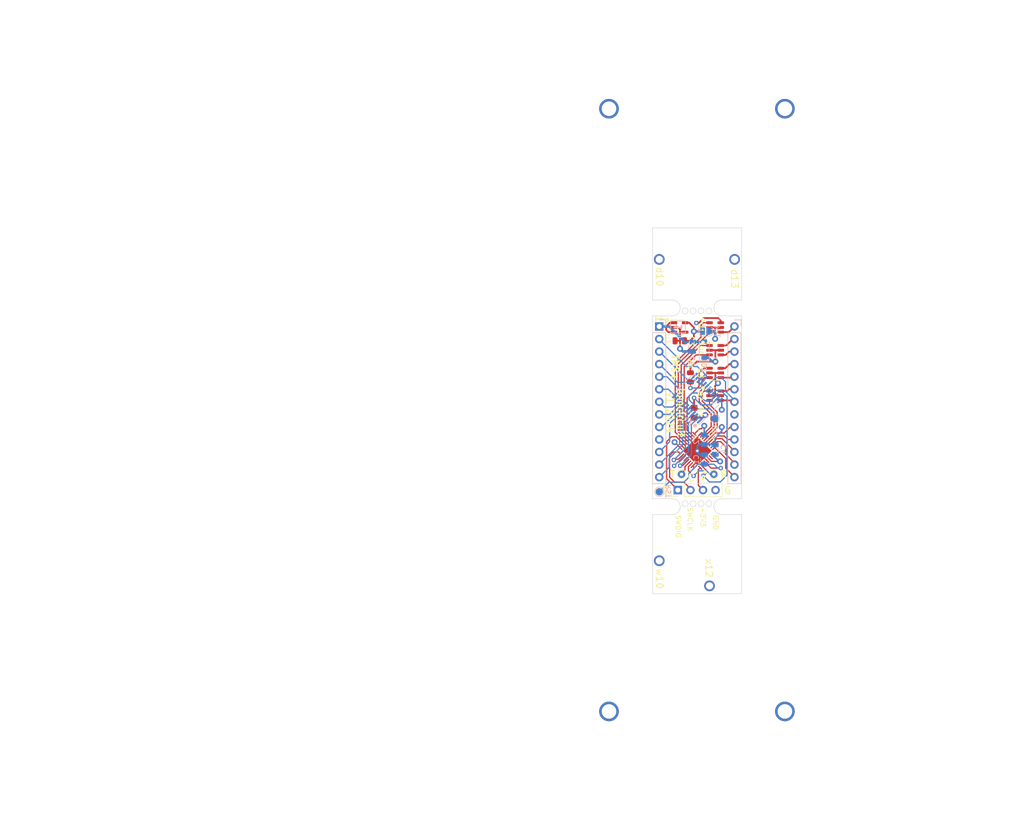
<source format=kicad_pcb>
(kicad_pcb (version 20221018) (generator pcbnew)
  (layers (0 "F.Cu" signal) (1 "In1.Cu" mixed) (2 "In2.Cu" mixed) (31 "B.Cu" signal) (36 "B.SilkS" user "B.Silkscreen") (37 "F.SilkS" user "F.Silkscreen") (38 "B.Mask" user) (39 "F.Mask" user) (44 "Edge.Cuts" user))
  (net 0 "")
  (net 1 "/NRST")
  (net 2 "GND")
  (net 3 "+3V3")
  (net 4 "Net-(D1-K)")
  (net 5 "+BATT")
  (net 6 "/D1SP")
  (net 7 "/D2")
  (net 8 "/D3")
  (net 9 "/D4")
  (net 10 "/D5")
  (net 11 "/D6")
  (net 12 "/D7")
  (net 13 "/D8")
  (net 14 "/D9")
  (net 15 "/D10")
  (net 16 "/D11")
  (net 18 "/K1")
  (net 19 "/K2")
  (net 20 "/K3")
  (net 21 "/K4")
  (net 22 "/K5")
  (net 23 "/D12SD")
  (net 24 "/SA")
  (net 25 "/SB")
  (net 26 "/SC")
  (net 27 "/SE")
  (net 28 "/SF")
  (net 29 "/SG")
  (net 30 "/SWDIO")
  (net 31 "/SWCLK")
  (net 32 "/U1TXD")
  (net 33 "/A_DRIVE")
  (net 34 "/B_DRIVE")
  (net 35 "/C_DRIVE")
  (net 36 "/D_DRIVE")
  (net 37 "/E_DRIVE")
  (net 38 "/F_DRIVE")
  (net 39 "/G_DRIVE")
  (net 40 "/P_DRIVE")
  (net 41 "Net-(U2-RSET)")
  (net 42 "/S1CLK")
  (net 43 "/LATCH")
  (net 44 "/S1MOSI")
  (net 46 "/TEST")
  (net 49 "/BLANK")
  (net 53 "VBUS")
  (net 55 "/SOUT")
  (footprint "Package_TO_SOT_SMD:SOT-23-6" (layer "F.Cu") (at 148.459999 96.147057)
    (fp_text reference "Q2")
    (fp_text value "DMP2240UDM-7")
  )
  (footprint "Package_DFN_QFN:QFN-36-1EP_6x6mm_P0.5mm_EP4.1x4.1mm" (layer "F.Cu") (at 144.859999 107.309585 135)
    (fp_text reference "U1")
    (fp_text value "STM32F103TBUx")
  )
  (footprint "Capacitor_SMD:C_0805_2012Metric" (layer "F.Cu") (at 141.309999 85.047057 180)
    (fp_text reference "C3")
    (fp_text value "4.7uF")
  )
  (footprint "Package_TO_SOT_SMD:SOT-23-6" (layer "F.Cu") (at 148.46 82.347056)
    (fp_text reference "Q1")
    (fp_text value "DMP2240UDM-7")
  )
  (footprint "TestPoint:TestPoint_THTPad_D1.5mm_Drill0.7mm" (layer "F.Cu") (at 148.2 112.047057 180)
    (fp_text reference "TP8" hide)
    (fp_text value "TEST")
  )
  (footprint "RapidStencil:PIN_SMALL_SINGLE" (layer "F.Cu") (at 147.32 134.62)
    (fp_text reference "U93")
    (fp_text value "PIN_SMALL_SINGLE_DEVICE")
  )
  (footprint "Package_TO_SOT_SMD:SOT-23-6" (layer "F.Cu") (at 148.46 86.947056)
    (fp_text reference "Q4")
    (fp_text value "DMP2240UDM-7")
  )
  (footprint "RapidStencil:PIN_LARGE_SINGLE_NOSILK" (layer "F.Cu") (at 127 38.1)
    (fp_text reference "U96")
    (fp_text value "PIN_LARGE_SINGLE_DEVICE")
  )
  (footprint "RapidStencil:PIN_SMALL_SINGLE" (layer "F.Cu") (at 152.4 68.58)
    (fp_text reference "U92")
    (fp_text value "PIN_SMALL_SINGLE_DEVICE")
  )
  (footprint "LED_SMD:LED_0805_2012Metric" (layer "F.Cu") (at 143.459999 92.447056 90)
    (fp_text reference "D1")
    (fp_text value "LED")
  )
  (footprint "RapidStencil:PIN_LARGE_SINGLE_NOSILK" (layer "F.Cu") (at 127 160.02)
    (fp_text reference "U98")
    (fp_text value "PIN_LARGE_SINGLE_DEVICE")
  )
  (footprint "Connector_PinHeader_2.54mm:PinHeader_1x04_P2.54mm_Vertical" (layer "F.Cu") (at 140.92 115.247057 90)
    (fp_text reference "J3" hide)
    (fp_text value "STLINK")
  )
  (footprint "TestPoint:TestPoint_THTPad_D1.5mm_Drill0.7mm" (layer "F.Cu") (at 141.66 112.047059)
    (fp_text reference "TP7" hide)
    (fp_text value "TXD")
  )
  (footprint "RapidStencil:PIN_LARGE_SINGLE_NOSILK" (layer "F.Cu") (at 162.56 38.1)
    (fp_text reference "U95")
    (fp_text value "PIN_LARGE_SINGLE_DEVICE")
  )
  (footprint "RapidStencil:PIN_SMALL_SINGLE" (layer "F.Cu") (at 137.16 129.54)
    (fp_text reference "U94")
    (fp_text value "PIN_SMALL_SINGLE_DEVICE")
  )
  (footprint "Resistor_SMD:R_0805_2012Metric_Pad1.20x1.40mm_HandSolder" (layer "F.Cu") (at 144.2 99.6 -90)
    (fp_text reference "R1")
    (fp_text value "6.8K")
  )
  (footprint "RapidStencil:BOARD_10X10_USERCMTS" (layer "F.Cu") (at 147.32 99.06)
    (fp_text reference "U99")
    (fp_text value "GUIDE_10X10")
  )
  (footprint "RapidStencil:PIN_SMALL_SINGLE" (layer "F.Cu") (at 137.16 68.58)
    (fp_text reference "U91")
    (fp_text value "PIN_SMALL_SINGLE_DEVICE")
  )
  (footprint "Package_TO_SOT_SMD:SOT-23-5" (layer "F.Cu") (at 141.26 82.347056)
    (fp_text reference "U3")
    (fp_text value "TLV70033_SOT23-5")
  )
  (footprint "Package_TO_SOT_SMD:SOT-23-6" (layer "F.Cu") (at 148.459999 91.547059)
    (fp_text reference "Q3")
    (fp_text value "DMP2240UDM-7")
  )
  (footprint "RapidStencil:PIN_LARGE_SINGLE_NOSILK" (layer "F.Cu") (at 162.56 160.02)
    (fp_text reference "U97")
    (fp_text value "PIN_LARGE_SINGLE_DEVICE")
  )
  (footprint "Capacitor_SMD:C_0805_2012Metric" (layer "B.Cu") (at 146.26 105.047056 -90)
    (fp_text reference "C2")
    (fp_text value "100nF")
  )
  (footprint "Diode_SMD:D_SOD-123" (layer "B.Cu") (at 146.259999 86.847056 90)
    (fp_text reference "D2")
    (fp_text value "MBR0520")
  )
  (footprint "Capacitor_SMD:C_0805_2012Metric" (layer "B.Cu") (at 143.86 86.247056 -90)
    (fp_text reference "C5")
    (fp_text value "100nF")
  )
  (footprint "Jumper:SolderJumper-2_P1.3mm_Open_RoundedPad1.0x1.5mm" (layer "B.Cu") (at 146.549999 83.1 180)
    (fp_text reference "JP1")
    (fp_text value "REGLED")
  )
  (footprint "Capacitor_SMD:C_0805_2012Metric" (layer "B.Cu") (at 148.459999 107.047056 90)
    (fp_text reference "C4")
    (fp_text value "100nF")
  )
  (footprint "TestPoint:TestPoint_Pad_D1.5mm" (layer "B.Cu") (at 148.4 100.8 -90)
    (fp_text reference "TP2" hide)
    (fp_text value "SOUT")
  )
  (footprint "Connector_PinHeader_2.54mm:PinHeader_1x13_P2.54mm_Vertical" (layer "B.Cu") (at 137.16 82.147058 180)
    (fp_text reference "J1" hide)
    (fp_text value "TMS1500 p1-14")
  )
  (footprint "Package_SO:TSSOP-24_4.4x7.8mm_P0.65mm" (layer "B.Cu") (at 144.859999 96.647056 45)
    (fp_text reference "U2")
    (fp_text value "CAT4016TY")
  )
  (footprint "Connector_PinHeader_2.54mm:PinHeader_1x13_P2.54mm_Vertical" (layer "B.Cu") (at 152.36 82.147056 180)
    (fp_text reference "J2" hide)
    (fp_text value "TMS1500 p28-15")
  )
  (footprint "Capacitor_SMD:C_0805_2012Metric" (layer "B.Cu") (at 146.26 109.047056 -90)
    (fp_text reference "C1")
    (fp_text value "100nF")
  )
  (footprint "TestPoint:TestPoint_Pad_D1.5mm" (layer "B.Cu") (at 137.16 115.6 180)
    (fp_text reference "TP1" hide)
    (fp_text value "NRST")
  )
  (gr_line (start 139.459999 83.447056) (end 142.46 83.447056) (stroke (width 0.15)) (layer "B.SilkS"))
  (gr_line (start 142.46 81.047058) (end 139.459999 81.047058) (stroke (width 0.15)) (layer "B.SilkS"))
  (gr_line (start 139.459999 81.047058) (end 139.459999 83.447056) (stroke (width 0.15)) (layer "B.SilkS"))
  (gr_circle (center 144.4 102.2) (end 144.7 102.2) (stroke (width 0.15)) (fill solid) (layer "B.SilkS"))
  (gr_line (start 142.46 83.447056) (end 142.46 81.047058) (stroke (width 0.15)) (layer "B.SilkS"))
  (gr_circle (center 146 90) (end 146.3 90) (stroke (width 0.15)) (fill solid) (layer "F.SilkS"))
  (gr_circle (center 138.8 80.8) (end 139.1 80.8) (stroke (width 0.15)) (fill solid) (layer "F.SilkS"))
  (gr_circle (center 146 80.8) (end 146.3 80.8) (stroke (width 0.15)) (fill solid) (layer "F.SilkS"))
  (gr_circle (center 146 85.4) (end 146.3 85.4) (stroke (width 0.15)) (fill solid) (layer "F.SilkS"))
  (gr_circle (center 146.4 111.6) (end 146.7 111.6) (stroke (width 0.15)) (fill solid) (layer "F.SilkS"))
  (gr_circle (center 146 94.6) (end 146.3 94.6) (stroke (width 0.15)) (fill solid) (layer "F.SilkS"))
  (gr_line (start 135.8 62.2) (end 153.8 62.2) (stroke (width 0.1)) (layer "Edge.Cuts"))
  (gr_line (start 139.800001 120.2) (end 135.799999 120.2) (stroke (width 0.1)) (layer "Edge.Cuts"))
  (gr_line (start 135.8 117) (end 139.8 117) (stroke (width 0.1)) (layer "Edge.Cuts"))
  (gr_line (start 149.8 80) (end 153.8 80) (stroke (width 0.1)) (layer "Edge.Cuts"))
  (gr_circle (center 142.4 79) (end 143 79) (stroke (width 0.1)) (fill none) (layer "Edge.Cuts"))
  (gr_arc (start 148.2 118.6) (mid 148.668629 117.468629) (end 149.8 117) (stroke (width 0.1)) (layer "Edge.Cuts"))
  (gr_circle (center 144 79) (end 144.6 79) (stroke (width 0.1)) (fill none) (layer "Edge.Cuts"))
  (gr_line (start 135.799999 120.2) (end 135.8 136.2) (stroke (width 0.1)) (layer "Edge.Cuts"))
  (gr_circle (center 147.2 79) (end 147.8 79) (stroke (width 0.1)) (fill none) (layer "Edge.Cuts"))
  (gr_line (start 153.8 80) (end 153.8 117) (stroke (width 0.1)) (layer "Edge.Cuts"))
  (gr_line (start 135.8 117) (end 135.8 80) (stroke (width 0.1)) (layer "Edge.Cuts"))
  (gr_line (start 135.8 80) (end 139.8 80) (stroke (width 0.1)) (layer "Edge.Cuts"))
  (gr_line (start 153.8 76.8) (end 153.8 62.2) (stroke (width 0.1)) (layer "Edge.Cuts"))
  (gr_line (start 153.8 120.2) (end 149.8 120.2) (stroke (width 0.1)) (layer "Edge.Cuts"))
  (gr_line (start 153.8 76.8) (end 149.8 76.8) (stroke (width 0.1)) (layer "Edge.Cuts"))
  (gr_circle (center 142.4 118) (end 143 118) (stroke (width 0.1)) (fill none) (layer "Edge.Cuts"))
  (gr_circle (center 145.6 118) (end 146.2 118) (stroke (width 0.1)) (fill none) (layer "Edge.Cuts"))
  (gr_line (start 153.8 120.2) (end 153.8 136.2) (stroke (width 0.1)) (layer "Edge.Cuts"))
  (gr_arc (start 148.2 78.4) (mid 148.668629 77.268629) (end 149.8 76.8) (stroke (width 0.1)) (layer "Edge.Cuts"))
  (gr_circle (center 145.6 79) (end 146.2 79) (stroke (width 0.1)) (fill none) (layer "Edge.Cuts"))
  (gr_arc (start 141.4 78.4) (mid 140.931371 79.531371) (end 139.8 80) (stroke (width 0.1)) (layer "Edge.Cuts"))
  (gr_arc (start 139.8 76.8) (mid 140.931371 77.268629) (end 141.4 78.4) (stroke (width 0.1)) (layer "Edge.Cuts"))
  (gr_line (start 139.800001 76.8) (end 135.799999 76.8) (stroke (width 0.1)) (layer "Edge.Cuts"))
  (gr_arc (start 149.8 120.2) (mid 148.668629 119.731371) (end 148.2 118.6) (stroke (width 0.1)) (layer "Edge.Cuts"))
  (gr_arc (start 149.8 80) (mid 148.668629 79.531371) (end 148.2 78.4) (stroke (width 0.1)) (layer "Edge.Cuts"))
  (gr_circle (center 144 118) (end 144.6 118) (stroke (width 0.1)) (fill none) (layer "Edge.Cuts"))
  (gr_line (start 135.799999 76.8) (end 135.8 62.2) (stroke (width 0.1)) (layer "Edge.Cuts"))
  (gr_circle (center 147.2 118) (end 147.8 118) (stroke (width 0.1)) (fill none) (layer "Edge.Cuts"))
  (gr_arc (start 139.8 117) (mid 140.931371 117.468629) (end 141.4 118.6) (stroke (width 0.1)) (layer "Edge.Cuts"))
  (gr_line (start 153.8 136.2) (end 135.8 136.2) (stroke (width 0.1)) (layer "Edge.Cuts"))
  (gr_line (start 149.8 117) (end 153.8 117) (stroke (width 0.1)) (layer "Edge.Cuts"))
  (gr_arc (start 141.4 118.6) (mid 140.931371 119.731371) (end 139.8 120.2) (stroke (width 0.1)) (layer "Edge.Cuts"))
  (gr_text "1" (at 141.86 81.447058 90) (layer "B.SilkS") (effects (font (size 1.5 1.5) (thickness 0.3) bold) (justify left bottom mirror)))
  (gr_text "SO" (at 149 102 90) (layer "B.SilkS") (effects (font (size 1 1)) (justify left bottom mirror)))
  (gr_text "RST" (at 139.6 114 90) (layer "B.SilkS") (effects (font (size 1 1)) (justify left bottom mirror)))
  (gr_text "R" (at 149.4 113) (layer "F.SilkS") (effects (font (size 1.5 1.3) (thickness 0.25) bold) (justify left bottom)))
  (gr_text "D" (at 137.6 116.2) (layer "F.SilkS") (effects (font (size 1.5 1.3) (thickness 0.25) bold) (justify left bottom)))
  (gr_text "d10" (at 136.4 70 270) (layer "F.SilkS") (effects (font (size 1.4 1.4) (thickness 0.2)) (justify left bottom)))
  (gr_text "+3V3" (at 146 118.6 270) (layer "F.SilkS") (effects (font (size 1 1)) (justify left)))
  (gr_text "1" (at 136.26 79.847058 -90) (layer "F.SilkS") (effects (font (size 1.5 1.3) (thickness 0.25) bold) (justify left bottom)))
  (gr_text "v" (at 145.4 113.6) (layer "F.SilkS") (effects (font (size 1.5 1.3) (thickness 0.25) bold) (justify left bottom)))
  (gr_text "tomcircuit" (at 140.66 94.447056 -90) (layer "F.SilkS") (effects (font (size 1.5 1.3) (thickness 0.25) bold) (justify left bottom)))
  (gr_text "C" (at 142.8 113.6) (layer "F.SilkS") (effects (font (size 1.5 1.3) (thickness 0.25) bold) (justify left bottom)))
  (gr_text "SWCLK" (at 143.4 118.6 270) (layer "F.SilkS") (effects (font (size 1 1)) (justify left)))
  (gr_text "x12" (at 146.4 129 270) (layer "F.SilkS") (effects (font (size 1.4 1.4) (thickness 0.2)) (justify left bottom)))
  (gr_text "T" (at 139.2 113) (layer "F.SilkS") (effects (font (size 1.5 1.3) (thickness 0.25) bold) (justify left bottom)))
  (gr_text "w10" (at 136.4 131 270) (layer "F.SilkS") (effects (font (size 1.4 1.4) (thickness 0.2)) (justify left bottom)))
  (gr_text "v1 2024" (at 139.36 99.547055 -90) (layer "F.SilkS") (effects (font (size 1.5 1.3) (thickness 0.25) bold)))
  (gr_text "TMS+" (at 139.459999 87.647056 -90) (layer "F.SilkS") (effects (font (size 1.5 1.3) (thickness 0.28) bold) (justify left bottom)))
  (gr_text "SWDIO" (at 141 120.2 270) (layer "F.SilkS") (effects (font (size 1 1)) (justify left)))
  (gr_text "GND" (at 148.6 120.2 270) (layer "F.SilkS") (effects (font (size 1 1)) (justify left)))
  (gr_text "d13" (at 151.6 70.4 270) (layer "F.SilkS") (effects (font (size 1.4 1.4) (thickness 0.2)) (justify left bottom)))
  (gr_text "G" (at 151.8 116.2) (layer "F.SilkS") (effects (font (size 1.5 1.3) (thickness 0.25) bold) (justify right bottom)))
  (segment (start 147.643309 110.8) (end 149.6 110.8) (width 0.25) (layer "F.Cu") (net 1))
  (segment (start 146.512863 109.669554) (end 147.643309 110.8) (width 0.25) (layer "F.Cu") (net 1))
  (via (at 149.6 110.8) (size 0.9) (drill 0.45) (layers "F.Cu" "B.Cu") (net 1))
  (segment (start 144.2 110.8) (end 145 110) (width 0.25) (layer "B.Cu") (net 1))
  (segment (start 146.2 110) (end 146.4 110) (width 0.25) (layer "B.Cu") (net 1))
  (segment (start 145 110) (end 145.2 110) (width 0.25) (layer "B.Cu") (net 1))
  (segment (start 143.16 111.84) (end 144.2 110.8) (width 0.25) (layer "B.Cu") (net 1))
  (segment (start 137.16 115.6) (end 139.112943 113.647057) (width 0.25) (layer "B.Cu") (net 1))
  (segment (start 142.156471 113.647057) (end 143.16 112.643528) (width 0.25) (layer "B.Cu") (net 1))
  (segment (start 143.16 112.643528) (end 143.16 111.84) (width 0.25) (layer "B.Cu") (net 1))
  (segment (start 145.2 110) (end 146.2 110) (width 0.25) (layer "B.Cu") (net 1))
  (segment (start 139.112943 113.647057) (end 142.156471 113.647057) (width 0.25) (layer "B.Cu") (net 1))
  (segment (start 146.4 110) (end 148.2 110) (width 0.25) (layer "B.Cu") (net 1))
  (segment (start 148.2 110) (end 149 110.8) (width 0.25) (layer "B.Cu") (net 1))
  (segment (start 149 110.8) (end 149.6 110.8) (width 0.25) (layer "B.Cu") (net 1))
  (segment (start 143.914245 110.376661) (end 144.86 109.430904) (width 0.25) (layer "F.Cu") (net 2))
  (segment (start 141.36 85.047057) (end 141.36 86.347057) (width 0.35) (layer "F.Cu") (net 2))
  (segment (start 141.359997 82.747057) (end 141.36 83.247057) (width 0.35) (layer "F.Cu") (net 2))
  (segment (start 142.738679 107.309583) (end 144.859999 107.309585) (width 0.25) (layer "F.Cu") (net 2))
  (segment (start 145.4522 103.888956) (end 145.4522 103.959663) (width 0.25) (layer "F.Cu") (net 2))
  (segment (start 144.860001 104.551865) (end 144.859999 107.309585) (width 0.25) (layer "F.Cu") (net 2))
  (segment (start 141.41 83.297057) (end 141.36 83.247057) (width 0.35) (layer "F.Cu") (net 2))
  (segment (start 146.459999 100.047057) (end 146.487905 100.074964) (width 0.35) (layer "F.Cu") (net 2))
  (segment (start 143.914245 110.376661) (end 144.267797 110.730213) (width 0.25) (layer "F.Cu") (net 2))
  (segment (start 141.36 86.647053) (end 141.359996 86.647056) (width 0.35) (layer "F.Cu") (net 2))
  (segment (start 140.36 85.047057) (end 141.36 85.047057) (width 0.35) (layer "F.Cu") (net 2))
  (segment (start 146.866415 109.316) (end 144.859999 107.309585) (width 0.25) (layer "F.Cu") (net 2))
  (segment (start 142.3975 83.297057) (end 141.41 83.297057) (width 0.35) (layer "F.Cu") (net 2))
  (segment (start 141.36 86.347057) (end 141.36 86.647053) (width 0.35) (layer "F.Cu") (net 2))
  (segment (start 145.962869 100.6) (end 146.487905 100.074964) (width 0.35) (layer "F.Cu") (net 2))
  (segment (start 141.792923 106.36383) (end 142.738679 107.309583) (width 0.25) (layer "F.Cu") (net 2))
  (segment (start 145.4522 103.959663) (end 144.860001 104.551865) (width 0.25) (layer "F.Cu") (net 2))
  (segment (start 140.96 82.347056) (end 141.359997 82.747057) (width 0.35) (layer "F.Cu") (net 2))
  (segment (start 140.1225 82.347056) (end 140.96 82.347056) (width 0.35) (layer "F.Cu") (net 2))
  (segment (start 144.2 100.6) (end 145.962869 100.6) (width 0.35) (layer "F.Cu") (net 2))
  (segment (start 141.36 83.247057) (end 141.36 85.047057) (width 0.35) (layer "F.Cu") (net 2))
  (via (at 141.359996 86.647056) (size 1.2) (drill 0.6) (layers "F.Cu" "B.Cu") (net 2))
  (via (at 144.859999 107.309585) (size 1) (drill 0.5) (layers "F.Cu" "B.Cu") (net 2))
  (via (at 149.8 102.5) (size 1.2) (drill 0.6) (layers "F.Cu" "B.Cu") (net 2))
  (via (at 146.487905 100.074964) (size 1.2) (drill 0.6) (layers "F.Cu" "B.Cu") (net 2))
  (segment (start 143.86 87.197057) (end 141.909996 87.197057) (width 0.5) (layer "B.Cu") (net 2))
  (segment (start 145.363814 101.199056) (end 146.487905 100.074964) (width 0.3) (layer "B.Cu") (net 2))
  (segment (start 144.859999 106.340001) (end 144.859999 107.309585) (width 0.35) (layer "B.Cu") (net 2))
  (segment (start 148.6 104.5) (end 149.8 103.3) (width 0.35) (layer "B.Cu") (net 2))
  (segment (start 145.202943 105.997057) (end 144.859999 106.340001) (width 0.35) (layer "B.Cu") (net 2))
  (segment (start 145.26 108.047057) (end 146.260001 108.047057) (width 0.35) (layer "B.Cu") (net 2))
  (segment (start 148.459999 104.640001) (end 148.6 104.5) (width 0.35) (layer "B.Cu") (net 2))
  (segment (start 146.26 105.997057) (end 148.159999 105.997059) (width 0.35) (layer "B.Cu") (net 2))
  (segment (start 148.459999 106.097056) (end 148.459999 104.640001) (width 0.35) (layer "B.Cu") (net 2))
  (segment (start 144.859999 107.647056) (end 145.26 108.047057) (width 0.35) (layer "B.Cu") (net 2))
  (segment (start 141.909996 87.197057) (end 141.359996 86.647056) (width 0.5) (layer "B.Cu") (net 2))
  (segment (start 146.26 105.997057) (end 145.202943 105.997057) (width 0.35) (layer "B.Cu") (net 2))
  (segment (start 144.859999 107.309585) (end 144.859999 107.647056) (width 0.35) (layer "B.Cu") (net 2))
  (segment (start 148.159999 105.997059) (end 148.259999 106.097056) (width 0.25) (layer "B.Cu") (net 2))
  (segment (start 149.8 103.3) (end 149.8 102.5) (width 0.35) (layer "B.Cu") (net 2))
  (segment (start 144.267798 103.888953) (end 145.309696 102.847057) (width 0.25) (layer "F.Cu") (net 3))
  (segment (start 147.704592 109.447069) (end 149.46 109.447069) (width 0.25) (layer "F.Cu") (net 3))
  (segment (start 141.43937 106.717381) (end 140.27399 105.552001) (width 0.25) (layer "F.Cu") (net 3))
  (segment (start 144.16 82.347056) (end 144.16 83.147056) (width 0.35) (layer "F.Cu") (net 3))
  (segment (start 145.059998 114.307056) (end 146 115.247058) (width 0.25) (layer "F.Cu") (net 3))
  (segment (start 145.059999 111.122416) (end 145.059998 114.307056) (width 0.25) (layer "F.Cu") (net 3))
  (segment (start 140.27399 105.552001) (end 140.263203 105.552001) (width 0.25) (layer "F.Cu") (net 3))
  (segment (start 145.452201 110.730212) (end 145.059999 111.122416) (width 0.25) (layer "F.Cu") (net 3))
  (segment (start 143.352943 85.047057) (end 144.16 84.24) (width 0.35) (layer "F.Cu") (net 3))
  (segment (start 142.259999 85.047057) (end 143.352943 85.047057) (width 0.35) (layer "F.Cu") (net 3))
  (segment (start 145.309696 102.847057) (end 145.66 102.847056) (width 0.25) (layer "F.Cu") (net 3))
  (segment (start 147.219969 108.962446) (end 147.704592 109.447069) (width 0.25) (layer "F.Cu") (net 3))
  (segment (start 145.66 102.847056) (end 146.259997 102.247059) (width 0.25) (layer "F.Cu") (net 3))
  (segment (start 144.16 84.24) (end 144.16 83.147056) (width 0.35) (layer "F.Cu") (net 3))
  (segment (start 143.21 81.397056) (end 144.16 82.347056) (width 0.35) (layer "F.Cu") (net 3))
  (segment (start 142.397499 81.397056) (end 143.21 81.397056) (width 0.35) (layer "F.Cu") (net 3))
  (via (at 149.46 109.447069) (size 1.2) (drill 0.6) (layers "F.Cu" "B.Cu") (net 3))
  (via (at 149.8 99) (size 1.2) (drill 0.6) (layers "F.Cu" "B.Cu") (net 3))
  (via (at 140.263203 105.552001) (size 1.2) (drill 0.6) (layers "F.Cu" "B.Cu") (net 3))
  (via (at 144.16 83.147056) (size 1.2) (drill 0.6) (layers "F.Cu" "B.Cu") (net 3))
  (via (at 146.259997 102.247059) (size 1.2) (drill 0.6) (layers "F.Cu" "B.Cu") (net 3))
  (segment (start 146.259999 104.097056) (end 146.26 102.247062) (width 0.35) (layer "B.Cu") (net 3))
  (segment (start 149.247069 109.447069) (end 148.459999 108.659999) (width 0.35) (layer "B.Cu") (net 3))
  (segment (start 146.26 102.247062) (end 146.259997 102.247059) (width 0.35) (layer "B.Cu") (net 3))
  (segment (start 149.411998 97.150871) (end 149.8 97.538873) (width 0.3) (layer "B.Cu") (net 3))
  (segment (start 144.16 83.147056) (end 145.852943 83.147056) (width 0.5) (layer "B.Cu") (net 3))
  (segment (start 149.8 97.538873) (end 149.8 99) (width 0.3) (layer "B.Cu") (net 3))
  (segment (start 149.46 109.447069) (end 149.247069 109.447069) (width 0.25) (layer "B.Cu") (net 3))
  (segment (start 145.852943 83.147056) (end 145.899999 83.1) (width 0.5) (layer "B.Cu") (net 3))
  (segment (start 148.459999 108.659999) (end 148.459999 107.997056) (width 0.35) (layer "B.Cu") (net 3))
  (segment (start 143.46 93.384556) (end 143.46 94.599996) (width 0.25) (layer "F.Cu") (net 4))
  (via (at 143.46 94.599996) (size 0.9) (drill 0.45) (layers "F.Cu" "B.Cu") (net 4))
  (segment (start 145.528205 94.599996) (end 143.46 94.599996) (width 0.25) (layer "B.Cu") (net 4))
  (segment (start 146.194665 93.933536) (end 145.528205 94.599996) (width 0.25) (layer "B.Cu") (net 4))
  (segment (start 139.309999 81.397057) (end 138.559998 82.147056) (width 0.35) (layer "F.Cu") (net 5))
  (segment (start 138.559998 82.147056) (end 138.56 82.847058) (width 0.35) (layer "F.Cu") (net 5))
  (segment (start 139.009999 83.297057) (end 140.1225 83.297057) (width 0.35) (layer "F.Cu") (net 5))
  (segment (start 138.559998 82.147056) (end 137.16 82.147058) (width 0.35) (layer "F.Cu") (net 5))
  (segment (start 138.56 82.847058) (end 139.009999 83.297057) (width 0.35) (layer "F.Cu") (net 5))
  (segment (start 140.1225 81.397057) (end 139.309999 81.397057) (width 0.35) (layer "F.Cu") (net 5))
  (segment (start 137.16 82.147058) (end 139.159999 82.147055) (width 0.5) (layer "B.Cu") (net 5))
  (segment (start 139.159999 82.147055) (end 142.31 85.297058) (width 0.5) (layer "B.Cu") (net 5))
  (segment (start 146.16 85.297058) (end 146.26 85.197057) (width 0.5) (layer "B.Cu") (net 5))
  (segment (start 143.86 85.297056) (end 146.16 85.297058) (width 0.5) (layer "B.Cu") (net 5))
  (segment (start 142.31 85.297058) (end 143.86 85.297056) (width 0.5) (layer "B.Cu") (net 5))
  (segment (start 146.152944 80.447056) (end 145.152942 81.447058) (width 0.35) (layer "F.Cu") (net 6))
  (segment (start 149.597499 80.984556) (end 149.06 80.447056) (width 0.35) (layer "F.Cu") (net 6))
  (segment (start 145.152942 81.447058) (end 144.66 81.447058) (width 0.35) (layer "F.Cu") (net 6))
  (segment (start 149.597499 81.397057) (end 149.597499 80.984556) (width 0.35) (layer "F.Cu") (net 6))
  (segment (start 149.06 80.447056) (end 146.152944 80.447056) (width 0.35) (layer "F.Cu") (net 6))
  (via (at 144.66 81.447058) (size 0.9) (drill 0.45) (layers "F.Cu" "B.Cu") (net 6))
  (segment (start 146.459999 91.847056) (end 144.86 90.247056) (width 0.25) (layer "B.Cu") (net 6))
  (segment (start 146.66 92.047057) (end 146.459999 91.847056) (width 0.25) (layer "B.Cu") (net 6))
  (segment (start 145.275424 93.014296) (end 145.292761 93.014295) (width 0.25) (layer "B.Cu") (net 6))
  (segment (start 144.86 90.247056) (end 142.647056 90.247056) (width 0.25) (layer "B.Cu") (net 6))
  (segment (start 145.292761 93.014295) (end 146.459999 91.847056) (width 0.25) (layer "B.Cu") (net 6))
  (segment (start 142.647056 90.247056) (end 137.16 84.76) (width 0.25) (layer "B.Cu") (net 6))
  (segment (start 146.66 92.54896) (end 146.66 92.047057) (width 0.25) (layer "B.Cu") (net 6))
  (segment (start 145.735045 93.473915) (end 146.66 92.54896) (width 0.25) (layer "B.Cu") (net 6))
  (segment (start 137.16 84.76) (end 137.16 84.687057) (width 0.25) (layer "B.Cu") (net 6))
  (segment (start 142.803528 92.847058) (end 143.604185 92.847058) (width 0.25) (layer "B.Cu") (net 7))
  (segment (start 137.183526 87.227056) (end 142.803528 92.847058) (width 0.25) (layer "B.Cu") (net 7))
  (segment (start 143.604185 92.847058) (end 144.356186 92.095058) (width 0.25) (layer "B.Cu") (net 7))
  (segment (start 137.16 87.227056) (end 137.183526 87.227056) (width 0.25) (layer "B.Cu") (net 7))
  (segment (start 140.847058 93.447058) (end 143.923426 93.447058) (width 0.25) (layer "B.Cu") (net 8))
  (segment (start 137.159999 89.767058) (end 137.167058 89.767058) (width 0.25) (layer "B.Cu") (net 8))
  (segment (start 137.167058 89.767058) (end 140.847058 93.447058) (width 0.25) (layer "B.Cu") (net 8))
  (segment (start 143.923426 93.447058) (end 144.815806 92.554678) (width 0.25) (layer "B.Cu") (net 8))
  (segment (start 140.76762 96.602862) (end 141.66 95.710484) (width 0.25) (layer "B.Cu") (net 9))
  (segment (start 138.707056 92.307056) (end 137.16 92.307056) (width 0.25) (layer "B.Cu") (net 9))
  (segment (start 141.66 95.26) (end 138.707056 92.307056) (width 0.25) (layer "B.Cu") (net 9))
  (segment (start 141.66 95.710484) (end 141.66 95.26) (width 0.25) (layer "B.Cu") (net 9))
  (segment (start 140.308 96.143242) (end 139.011815 94.847057) (width 0.25) (layer "B.Cu") (net 10))
  (segment (start 139.011815 94.847057) (end 137.16 94.847057) (width 0.25) (layer "B.Cu") (net 10))
  (segment (start 137.16 97.387058) (end 137.4 97.387056) (width 0.25) (layer "B.Cu") (net 11))
  (segment (start 137.16 97.387058) (end 138.220001 98.447058) (width 0.25) (layer "B.Cu") (net 11))
  (segment (start 138.220001 98.447058) (end 139.842664 98.447058) (width 0.25) (layer "B.Cu") (net 11))
  (segment (start 137.16 97.347057) (end 137.16 97.387058) (width 0.25) (layer "B.Cu") (net 11))
  (segment (start 139.842664 98.447058) (end 141.22724 97.062482) (width 0.25) (layer "B.Cu") (net 11))
  (segment (start 139.2819 99.927057) (end 141.686855 97.522102) (width 0.25) (layer "B.Cu") (net 12))
  (segment (start 137.159997 99.927057) (end 139.2819 99.927057) (width 0.25) (layer "B.Cu") (net 12))
  (segment (start 137.661142 102.467056) (end 142.146478 97.98172) (width 0.25) (layer "B.Cu") (net 13))
  (segment (start 137.16 102.467056) (end 137.661142 102.467056) (width 0.25) (layer "B.Cu") (net 13))
  (segment (start 139.26 101.787436) (end 142.606097 98.441339) (width 0.25) (layer "B.Cu") (net 14))
  (segment (start 139.26 105.447056) (end 139.26 101.787436) (width 0.25) (layer "B.Cu") (net 14))
  (segment (start 137.16 107.547058) (end 139.26 105.447056) (width 0.25) (layer "B.Cu") (net 14))
  (segment (start 141.26 100.706678) (end 143.065717 98.900959) (width 0.25) (layer "B.Cu") (net 15))
  (segment (start 141.26 105.943528) (end 141.26 100.706678) (width 0.25) (layer "B.Cu") (net 15))
  (segment (start 137.316014 109.887514) (end 141.26 105.943528) (width 0.25) (layer "B.Cu") (net 15))
  (segment (start 137.316014 110.087056) (end 137.316014 109.887514) (width 0.25) (layer "B.Cu") (net 15))
  (segment (start 137.172942 112.627058) (end 139.159999 110.640001) (width 0.25) (layer "B.Cu") (net 16))
  (segment (start 137.159999 112.627058) (end 137.172942 112.627058) (width 0.25) (layer "B.Cu") (net 16))
  (segment (start 139.159999 108.823222) (end 141.86 106.123221) (width 0.25) (layer "B.Cu") (net 16))
  (segment (start 141.86 106.123221) (end 141.86 101.025916) (width 0.25) (layer "B.Cu") (net 16))
  (segment (start 141.86 101.025916) (end 143.525337 99.360579) (width 0.25) (layer "B.Cu") (net 16))
  (segment (start 139.159999 110.640001) (end 139.159999 108.823222) (width 0.25) (layer "B.Cu") (net 16))
  (segment (start 152.359999 112.559999) (end 152.359999 112.627058) (width 0.25) (layer "F.Cu") (net 18))
  (segment (start 150.6 108.859976) (end 150.6 110.8) (width 0.25) (layer "F.Cu") (net 18))
  (segment (start 148.280628 106.717382) (end 148.457406 106.717382) (width 0.25) (layer "F.Cu") (net 18))
  (segment (start 150.6 110.8) (end 152.359999 112.559999) (width 0.25) (layer "F.Cu") (net 18))
  (segment (start 148.457406 106.717382) (end 150.6 108.859976) (width 0.25) (layer "F.Cu") (net 18))
  (segment (start 149.578529 105.447058) (end 150.6 106.468529) (width 0.25) (layer "F.Cu") (net 19))
  (segment (start 147.95762 106.36383) (end 148.874392 105.447058) (width 0.25) (layer "F.Cu") (net 19))
  (segment (start 150.6 107.987058) (end 152.359999 109.747057) (width 0.25) (layer "F.Cu") (net 19))
  (segment (start 150.6 106.468529) (end 150.6 107.987058) (width 0.25) (layer "F.Cu") (net 19))
  (segment (start 148.874392 105.447058) (end 149.578529 105.447058) (width 0.25) (layer "F.Cu") (net 19))
  (segment (start 147.927076 106.36383) (end 147.95762 106.36383) (width 0.25) (layer "F.Cu") (net 19))
  (segment (start 152.359999 109.747057) (end 152.359999 110.087057) (width 0.25) (layer "F.Cu") (net 19))
  (segment (start 148.73674 104.847058) (end 149.847058 104.847058) (width 0.25) (layer "F.Cu") (net 20))
  (segment (start 152.4 107.4) (end 152.4 107.547059) (width 0.25) (layer "F.Cu") (net 20))
  (segment (start 149.847058 104.847058) (end 152.4 107.4) (width 0.25) (layer "F.Cu") (net 20))
  (segment (start 147.573522 106.010276) (end 148.73674 104.847058) (width 0.25) (layer "F.Cu") (net 20))
  (segment (start 148.57669 104.3) (end 150.3 104.3) (width 0.25) (layer "F.Cu") (net 21))
  (segment (start 150.3 104.3) (end 151.007058 105.007058) (width 0.25) (layer "F.Cu") (net 21))
  (segment (start 147.219967 105.656723) (end 148.57669 104.3) (width 0.25) (layer "F.Cu") (net 21))
  (segment (start 151.007058 105.007058) (end 152.359999 105.007058) (width 0.25) (layer "F.Cu") (net 21))
  (segment (start 152.227055 102.6) (end 152.359999 102.467056) (width 0.25) (layer "F.Cu") (net 22))
  (segment (start 150.3 103.7) (end 151.4 102.6) (width 0.25) (layer "F.Cu") (net 22))
  (segment (start 146.866415 105.303169) (end 148.469584 103.7) (width 0.25) (layer "F.Cu") (net 22))
  (segment (start 148.469584 103.7) (end 150.3 103.7) (width 0.25) (layer "F.Cu") (net 22))
  (segment (start 151.4 102.6) (end 152.227055 102.6) (width 0.25) (layer "F.Cu") (net 22))
  (segment (start 152.069999 97.097057) (end 152.359999 97.387057) (width 0.35) (layer "F.Cu") (net 23))
  (segment (start 149.5975 97.097056) (end 152.069999 97.097057) (width 0.35) (layer "F.Cu") (net 23))
  (segment (start 148.60038 92.447056) (end 149.66 92.447057) (width 0.25) (layer "B.Cu") (net 23))
  (segment (start 146.713902 94.393155) (end 146.713903 94.333533) (width 0.25) (layer "B.Cu") (net 23))
  (segment (start 150.56 93.347057) (end 150.56 95.247057) (width 0.25) (layer "B.Cu") (net 23))
  (segment (start 150.56 95.247057) (end 152.359999 97.047058) (width 0.25) (layer "B.Cu") (net 23))
  (segment (start 149.66 92.447057) (end 150.56 93.347057) (width 0.25) (layer "B.Cu") (net 23))
  (segment (start 152.359999 97.047058) (end 152.359999 97.387057) (width 0.25) (layer "B.Cu") (net 23))
  (segment (start 146.713903 94.333533) (end 148.60038 92.447056) (width 0.25) (layer "B.Cu") (net 23))
  (segment (start 149.5975 95.197056) (end 150.910001 95.197058) (width 0.35) (layer "F.Cu") (net 24))
  (segment (start 150.910001 95.197058) (end 151.259999 94.847057) (width 0.35) (layer "F.Cu") (net 24))
  (segment (start 151.259999 94.847057) (end 152.359999 94.847057) (width 0.35) (layer "F.Cu") (net 24))
  (segment (start 149.597499 92.497058) (end 152.17 92.497058) (width 0.35) (layer "F.Cu") (net 25))
  (segment (start 152.17 92.497058) (end 152.36 92.307056) (width 0.35) (layer "F.Cu") (net 25))
  (segment (start 152.3 92.247056) (end 152.36 92.307056) (width 0.3) (layer "F.Cu") (net 25))
  (segment (start 149.597499 90.597056) (end 150.51 90.597056) (width 0.35) (layer "F.Cu") (net 26))
  (segment (start 150.51 90.597056) (end 151.339999 89.767057) (width 0.35) (layer "F.Cu") (net 26))
  (segment (start 151.339999 89.767057) (end 152.359999 89.767058) (width 0.35) (layer "F.Cu") (net 26))
  (segment (start 152.28 89.847059) (end 152.359999 89.767058) (width 0.3) (layer "B.Cu") (net 26))
  (segment (start 152.34 87.247057) (end 152.359999 87.227057) (width 0.3) (layer "F.Cu") (net 27))
  (segment (start 149.597499 87.897055) (end 150.61 87.897056) (width 0.35) (layer "F.Cu") (net 27))
  (segment (start 150.61 87.897056) (end 151.28 87.227056) (width 0.35) (layer "F.Cu") (net 27))
  (segment (start 151.28 87.227056) (end 152.359999 87.227057) (width 0.35) (layer "F.Cu") (net 27))
  (segment (start 150.71 85.997057) (end 152.02 84.687058) (width 0.35) (layer "F.Cu") (net 28))
  (segment (start 149.597499 85.997057) (end 150.71 85.997057) (width 0.35) (layer "F.Cu") (net 28))
  (segment (start 152.02 84.687058) (end 152.359999 84.687059) (width 0.35) (layer "F.Cu") (net 28))
  (segment (start 152.319999 84.647056) (end 152.359999 84.687059) (width 0.3) (layer "B.Cu") (net 28))
  (segment (start 151.21 83.297056) (end 152.36 82.147056) (width 0.35) (layer "F.Cu") (net 29))
  (segment (start 152.26 82.047056) (end 152.36 82.147056) (width 0.3) (layer "F.Cu") (net 29))
  (segment (start 149.597499 83.297056) (end 151.21 83.297056) (width 0.35) (layer "F.Cu") (net 29))
  (segment (start 138.66 105.447056) (end 138.66 112.947056) (width 0.25) (layer "F.Cu") (net 30))
  (segment (start 140.919999 115.207058) (end 140.92 115.247057) (width 0.25) (layer "F.Cu") (net 30))
  (segment (start 138.66 112.947056) (end 140.919999 115.207058) (width 0.25) (layer "F.Cu") (net 30))
  (segment (start 142.146478 106.010274) (end 140.58326 104.447057) (width 0.25) (layer "F.Cu") (net 30))
  (segment (start 140.58326 104.447057) (end 139.66 104.447058) (width 0.25) (layer "F.Cu") (net 30))
  (segment (start 139.66 104.447058) (end 138.66 105.447056) (width 0.25) (layer "F.Cu") (net 30))
  (segment (start 142.16 113.647057) (end 143.46 114.947056) (width 0.25) (layer "F.Cu") (net 31))
  (segment (start 140.259997 113.647057) (end 142.16 113.647057) (width 0.25) (layer "F.Cu") (net 31))
  (segment (start 141.084643 107.547058) (end 139.959998 107.547058) (width 0.25) (layer "F.Cu") (net 31))
  (segment (start 139.959998 107.547058) (end 139.26 108.247056) (width 0.25) (layer "F.Cu") (net 31))
  (segment (start 139.26 112.647056) (end 140.259997 113.647057) (width 0.25) (layer "F.Cu") (net 31))
  (segment (start 139.26 108.247056) (end 139.26 112.647056) (width 0.25) (layer "F.Cu") (net 31))
  (segment (start 143.46 114.947056) (end 143.46 115.247056) (width 0.25) (layer "F.Cu") (net 31))
  (segment (start 141.439372 107.901787) (end 141.084643 107.547058) (width 0.25) (layer "F.Cu") (net 31))
  (segment (start 143.207136 109.669554) (end 142.360001 110.516691) (width 0.25) (layer "F.Cu") (net 32))
  (segment (start 142.360001 111.147057) (end 141.66 111.847056) (width 0.25) (layer "F.Cu") (net 32))
  (segment (start 141.66 111.847056) (end 141.66 112.047059) (width 0.25) (layer "F.Cu") (net 32))
  (segment (start 142.360001 110.516691) (end 142.360001 111.147057) (width 0.25) (layer "F.Cu") (net 32))
  (segment (start 146.159309 104.596063) (end 148.26 102.49537) (width 0.25) (layer "F.Cu") (net 33))
  (segment (start 148.259998 99.647057) (end 145.86 97.247058) (width 0.25) (layer "F.Cu") (net 33))
  (segment (start 145.86 97.247058) (end 145.859997 95.647058) (width 0.25) (layer "F.Cu") (net 33))
  (segment (start 148.26 102.49537) (end 148.259998 99.647057) (width 0.25) (layer "F.Cu") (net 33))
  (segment (start 145.859997 95.647058) (end 146.309999 95.197055) (width 0.25) (layer "F.Cu") (net 33))
  (segment (start 146.309999 95.197055) (end 147.3225 95.197056) (width 0.25) (layer "F.Cu") (net 33))
  (segment (start 145.26 97.447057) (end 145.26 95.44) (width 0.25) (layer "F.Cu") (net 34))
  (segment (start 145.805755 104.242509) (end 145.814549 104.242508) (width 0.25) (layer "F.Cu") (net 34))
  (segment (start 147.659999 102.397056) (end 147.66 99.847056) (width 0.25) (layer "F.Cu") (net 34))
  (segment (start 147.66 99.847056) (end 145.26 97.447057) (width 0.25) (layer "F.Cu") (net 34))
  (segment (start 145.8 94.9) (end 145.8 93) (width 0.25) (layer "F.Cu") (net 34))
  (segment (start 145.8 93) (end 146.302943 92.497057) (width 0.25) (layer "F.Cu") (net 34))
  (segment (start 145.26 95.44) (end 145.8 94.9) (width 0.25) (layer "F.Cu") (net 34))
  (segment (start 146.302943 92.497057) (end 147.322499 92.497057) (width 0.25) (layer "F.Cu") (net 34))
  (segment (start 145.814549 104.242508) (end 147.659999 102.397056) (width 0.25) (layer "F.Cu") (net 34))
  (segment (start 142.8 103.128263) (end 142.8 96.651992) (width 0.25) (layer "F.Cu") (net 35))
  (segment (start 143.914245 104.22851) (end 143.914245 104.242508) (width 0.25) (layer "F.Cu") (net 35))
  (segment (start 145.2 94.251992) (end 145.2 91.6) (width 0.25) (layer "F.Cu") (net 35))
  (segment (start 142.8 96.651992) (end 145.2 94.251992) (width 0.25) (layer "F.Cu") (net 35))
  (segment (start 143.914245 104.242508) (end 142.8 103.128263) (width 0.25) (layer "F.Cu") (net 35))
  (segment (start 145.2 91.6) (end 146.2 90.6) (width 0.25) (layer "F.Cu") (net 35))
  (segment (start 146.21 90.597056) (end 147.3225 90.597056) (width 0.25) (layer "F.Cu") (net 35))
  (segment (start 148.86 102.602477) (end 148.859999 99.480204) (width 0.25) (layer "F.Cu") (net 36))
  (segment (start 148.859999 99.480204) (end 147.322499 97.942704) (width 0.25) (layer "F.Cu") (net 36))
  (segment (start 147.322499 97.942704) (end 147.3225 97.097056) (width 0.25) (layer "F.Cu") (net 36))
  (segment (start 146.512861 104.949615) (end 148.86 102.602477) (width 0.25) (layer "F.Cu") (net 36))
  (segment (start 142.2 103.235373) (end 143.56069 104.596063) (width 0.25) (layer "F.Cu") (net 37))
  (segment (start 147.322499 87.897055) (end 144.609998 87.897056) (width 0.25) (layer "F.Cu") (net 37))
  (segment (start 144.609998 87.897056) (end 142.2 90.307054) (width 0.25) (layer "F.Cu") (net 37))
  (segment (start 142.2 90.307054) (end 142.2 103.235373) (width 0.25) (layer "F.Cu") (net 37))
  (segment (start 141.6 103.342477) (end 141.6 89.952291) (width 0.25) (layer "F.Cu") (net 38))
  (segment (start 141.6 89.952291) (end 145.555234 85.997057) (width 0.25) (layer "F.Cu") (net 38))
  (segment (start 143.207138 104.949615) (end 141.6 103.342477) (width 0.25) (layer "F.Cu") (net 38))
  (segment (start 145.555234 85.997057) (end 147.322501 85.997057) (width 0.25) (layer "F.Cu") (net 38))
  (segment (start 141 89.707057) (end 147.3225 83.384557) (width 0.25) (layer "F.Cu") (net 39))
  (segment (start 141 103.449585) (end 141 89.707057) (width 0.25) (layer "F.Cu") (net 39))
  (segment (start 147.3225 83.384557) (end 147.322499 83.297056) (width 0.25) (layer "F.Cu") (net 39))
  (segment (start 142.853584 105.303169) (end 141 103.449585) (width 0.25) (layer "F.Cu") (net 39))
  (segment (start 146.109999 81.397056) (end 147.322499 81.397057) (width 0.25) (layer "F.Cu") (net 40))
  (segment (start 145.6 84.307057) (end 145.6 81.907055) (width 0.25) (layer "F.Cu") (net 40))
  (segment (start 140.4 89.507057) (end 145.6 84.307057) (width 0.25) (layer "F.Cu") (net 40))
  (segment (start 140.4 103.556689) (end 140.4 89.507057) (width 0.25) (layer "F.Cu") (net 40))
  (segment (start 145.6 81.907055) (end 146.109999 81.397056) (width 0.25) (layer "F.Cu") (net 40))
  (segment (start 142.500031 105.65672) (end 140.4 103.556689) (width 0.25) (layer "F.Cu") (net 40))
  (segment (start 144.2 98.6) (end 144.2 96.6) (width 0.35) (layer "F.Cu") (net 41))
  (via (at 144.2 96.6) (size 0.9) (drill 0.45) (layers "F.Cu" "B.Cu") (net 41))
  (segment (start 145.6 98) (end 144.2 96.6) (width 0.25) (layer "B.Cu") (net 41))
  (segment (start 148.95238 96.691252) (end 147.643632 98) (width 0.25) (layer "B.Cu") (net 41))
  (segment (start 147.643632 98) (end 145.6 98) (width 0.25) (layer "B.Cu") (net 41))
  (segment (start 142.146478 108.608894) (end 141.213265 109.542105) (width 0.25) (layer "F.Cu") (net 42))
  (segment (start 140.964947 109.542106) (end 140.16 110.347053) (width 0.25) (layer "F.Cu") (net 42))
  (segment (start 141.213265 109.542105) (end 140.964947 109.542106) (width 0.25) (layer "F.Cu") (net 42))
  (via (at 140.16 110.347053) (size 0.9) (drill 0.45) (layers "F.Cu" "B.Cu") (net 42))
  (segment (start 140.16 110.347043) (end 140.16 110.347053) (width 0.25) (layer "B.Cu") (net 42))
  (segment (start 143.06 107.447042) (end 140.16 110.347043) (width 0.25) (layer "B.Cu") (net 42))
  (segment (start 144.444575 100.279818) (end 143.059997 101.664393) (width 0.25) (layer "B.Cu") (net 42))
  (segment (start 143.059997 101.664393) (end 143.06 107.447042) (width 0.25) (layer "B.Cu") (net 42))
  (segment (start 141.792924 108.25534) (end 141.048264 109) (width 0.25) (layer "F.Cu") (net 43))
  (segment (start 140.26246 109) (end 140.114075 109.148385) (width 0.25) (layer "F.Cu") (net 43))
  (segment (start 141.048264 109) (end 140.26246 109) (width 0.25) (layer "F.Cu") (net 43))
  (via (at 140.114075 109.148385) (size 0.9) (drill 0.45) (layers "F.Cu" "B.Cu") (net 43))
  (segment (start 143.984955 99.8202) (end 142.46 101.345154) (width 0.25) (layer "B.Cu") (net 43))
  (segment (start 142.46 101.345154) (end 142.46 106.802459) (width 0.25) (layer "B.Cu") (net 43))
  (segment (start 142.46 106.802459) (end 140.114075 109.148385) (width 0.25) (layer "B.Cu") (net 43))
  (segment (start 141.515023 110.2) (end 141.397917 110.317106) (width 0.25) (layer "F.Cu") (net 44))
  (segment (start 141.969584 110.2) (end 141.515023 110.2) (width 0.25) (layer "F.Cu") (net 44))
  (segment (start 142.853584 109.316) (end 141.969584 110.2) (width 0.25) (layer "F.Cu") (net 44))
  (via (at 141.397917 110.317106) (size 0.9) (drill 0.45) (layers "F.Cu" "B.Cu") (net 44))
  (segment (start 143.659999 108.055024) (end 141.397917 110.317106) (width 0.25) (layer "B.Cu") (net 44))
  (segment (start 144.904194 100.739436) (end 143.66 101.98363) (width 0.25) (layer "B.Cu") (net 44))
  (segment (start 143.66 101.98363) (end 143.659999 108.055024) (width 0.25) (layer "B.Cu") (net 44))
  (segment (start 143.560691 110.023107) (end 143.06 110.523798) (width 0.25) (layer "F.Cu") (net 46))
  (segment (start 143.06 110.523798) (end 143.06 111.347058) (width 0.25) (layer "F.Cu") (net 46))
  (segment (start 143.06 111.347058) (end 144.109999 112.397057) (width 0.25) (layer "F.Cu") (net 46))
  (via (at 144.109999 112.397057) (size 0.9) (drill 0.45) (layers "F.Cu" "B.Cu") (net 46))
  (segment (start 146.747056 111.347056) (end 145.16 111.347056) (width 0.25) (layer "B.Cu") (net 46))
  (segment (start 147.447057 112.047057) (end 146.747056 111.347056) (width 0.25) (layer "B.Cu") (net 46))
  (segment (start 145.16 111.347056) (end 144.109999 112.397057) (width 0.25) (layer "B.Cu") (net 46))
  (segment (start 148.2 112.047057) (end 147.447057 112.047057) (width 0.25) (layer "B.Cu") (net 46))
  (segment (start 145.805755 110.376662) (end 146.6 111.170907) (width 0.25) (layer "F.Cu") (net 49))
  (segment (start 146.6 111.859999) (end 146.112943 112.347056) (width 0.25) (layer "F.Cu") (net 49))
  (segment (start 146.112943 112.347056) (end 146.06 112.347056) (width 0.25) (layer "F.Cu") (net 49))
  (segment (start 146.6 111.170907) (end 146.6 111.859999) (width 0.25) (layer "F.Cu") (net 49))
  (via (at 146.06 112.347056) (size 0.9) (drill 0.45) (layers "F.Cu" "B.Cu") (net 49))
  (segment (start 147.312944 113.6) (end 146.06 112.347056) (width 0.25) (layer "B.Cu") (net 49))
  (segment (start 150.86 96.347056) (end 150.86 112.247057) (width 0.25) (layer "B.Cu") (net 49))
  (segment (start 148.758097 95.047055) (end 149.559999 95.047055) (width 0.25) (layer "B.Cu") (net 49))
  (segment (start 150.86 112.247057) (end 149.507057 113.6) (width 0.25) (layer "B.Cu") (net 49))
  (segment (start 148.033142 95.772012) (end 148.758097 95.047055) (width 0.25) (layer "B.Cu") (net 49))
  (segment (start 149.507057 113.6) (end 147.312944 113.6) (width 0.25) (layer "B.Cu") (net 49))
  (segment (start 149.559999 95.047055) (end 150.86 96.347056) (width 0.25) (layer "B.Cu") (net 49))
  (segment (start 148.459999 84.647057) (end 148.46 82.347056) (width 0.35) (layer "F.Cu") (net 53))
  (segment (start 148.51 91.547057) (end 147.3225 91.547057) (width 0.35) (layer "F.Cu") (net 53))
  (segment (start 148.46 82.347056) (end 147.3225 82.347056) (width 0.35) (layer "F.Cu") (net 53))
  (segment (start 148.459999 96.147057) (end 149.597499 96.147057) (width 0.35) (layer "F.Cu") (net 53))
  (segment (start 148.51 91.547057) (end 148.51 93.101207) (width 0.35) (layer "F.Cu") (net 53))
  (segment (start 143.459999 91.509557) (end 143.459999 90.540001) (width 0.35) (layer "F.Cu") (net 53))
  (segment (start 148.51 91.547057) (end 149.597499 91.547059) (width 0.35) (layer "F.Cu") (net 53))
  (segment (start 148.46 82.347056) (end 149.597499 82.347056) (width 0.35) (layer "F.Cu") (net 53))
  (segment (start 148.46 94.180587) (end 149.024691 93.615898) (width 0.35) (layer "F.Cu") (net 53))
  (segment (start 148.51 93.101207) (end 149.024691 93.615898) (width 0.35) (layer "F.Cu") (net 53))
  (segment (start 143.459999 90.540001) (end 144.752943 89.247057) (width 0.35) (layer "F.Cu") (net 53))
  (segment (start 148.51 89.247057) (end 148.51 86.997056) (width 0.35) (layer "F.Cu") (net 53))
  (segment (start 148.46 86.947056) (end 147.3225 86.947056) (width 0.35) (layer "F.Cu") (net 53))
  (segment (start 148.459999 96.147057) (end 147.322499 96.147057) (width 0.35) (layer "F.Cu") (net 53))
  (segment (start 148.459999 96.147057) (end 148.46 94.180587) (width 0.35) (layer "F.Cu") (net 53))
  (segment (start 148.51 86.997056) (end 148.46 86.947056) (width 0.35) (layer "F.Cu") (net 53))
  (segment (start 144.752943 89.247057) (end 148.51 89.247057) (width 0.35) (layer "F.Cu") (net 53))
  (segment (start 148.46 86.947056) (end 149.597499 86.947058) (width 0.35) (layer "F.Cu") (net 53))
  (via (at 148.51 89.247057) (size 1.2) (drill 0.6) (layers "F.Cu" "B.Cu") (net 53))
  (via (at 148.459999 84.647057) (size 1.2) (drill 0.6) (layers "F.Cu" "B.Cu") (net 53))
  (via (at 149.024691 93.615898) (size 1.2) (drill 0.6) (layers "F.Cu" "B.Cu") (net 53))
  (segment (start 148.1 83.1) (end 148.459999 83.459999) (width 0.5) (layer "B.Cu") (net 53))
  (segment (start 146.260001 88.497058) (end 147.109997 88.497058) (width 0.5) (layer "B.Cu") (net 53))
  (segment (start 147.859999 89.247058) (end 148.51 89.247057) (width 0.5) (layer "B.Cu") (net 53))
  (segment (start 147.109997 88.497058) (end 147.859999 89.247058) (width 0.5) (layer "B.Cu") (net 53))
  (segment (start 147.199999 83.1) (end 148.1 83.1) (width 0.5) (layer "B.Cu") (net 53))
  (segment (start 148.459999 83.459999) (end 148.459999 84.647057) (width 0.5) (layer "B.Cu") (net 53))
  (segment (start 144.8 95.6) (end 143.8 95.6) (width 0.25) (layer "B.Cu") (net 55))
  (segment (start 143.2 97) (end 145 98.8) (width 0.25) (layer "B.Cu") (net 55))
  (segment (start 148.49276 96.231631) (end 147.524391 97.2) (width 0.25) (layer "B.Cu") (net 55))
  (segment (start 143.2 96.2) (end 143.2 97) (width 0.25) (layer "B.Cu") (net 55))
  (segment (start 143.8 95.6) (end 143.2 96.2) (width 0.25) (layer "B.Cu") (net 55))
  (segment (start 146.4 97.2) (end 144.8 95.6) (width 0.25) (layer "B.Cu") (net 55))
  (segment (start 145 98.8) (end 147.4 98.8) (width 0.25) (layer "B.Cu") (net 55))
  (segment (start 147.4 98.8) (end 148.4 99.8) (width 0.25) (layer "B.Cu") (net 55))
  (segment (start 147.524391 97.2) (end 146.4 97.2) (width 0.25) (layer "B.Cu") (net 55))
  (segment (start 148.4 99.8) (end 148.4 100.8) (width 0.25) (layer "B.Cu") (net 55))
)
</source>
